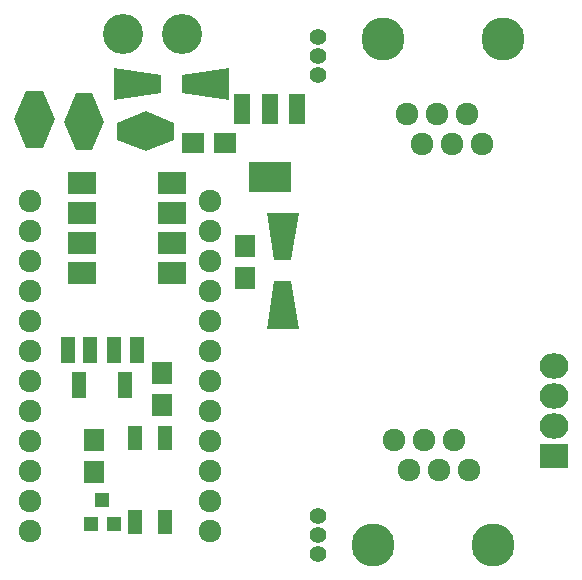
<source format=gbs>
G04 #@! TF.FileFunction,Soldermask,Bot*
%FSLAX46Y46*%
G04 Gerber Fmt 4.6, Leading zero omitted, Abs format (unit mm)*
G04 Created by KiCad (PCBNEW (2015-08-02 BZR 6038)-product) date 2015 November 19, Thursday 21:17:08*
%MOMM*%
G01*
G04 APERTURE LIST*
%ADD10C,0.100000*%
%ADD11C,0.150000*%
%ADD12C,1.924000*%
%ADD13C,3.650000*%
%ADD14C,3.399740*%
%ADD15R,1.200100X1.200100*%
%ADD16R,1.700000X1.900000*%
%ADD17R,1.900000X1.700000*%
%ADD18R,2.432000X1.924000*%
%ADD19R,1.200100X2.200860*%
%ADD20R,2.432000X2.127200*%
%ADD21O,2.432000X2.127200*%
%ADD22R,1.200000X2.000000*%
%ADD23R,3.650000X2.550000*%
%ADD24R,1.400000X2.550000*%
%ADD25C,1.400000*%
G04 APERTURE END LIST*
D10*
D11*
X182000000Y-86400000D02*
X182000000Y-85650000D01*
X186200000Y-86600000D02*
X186200000Y-85850000D01*
X191000000Y-87000000D02*
X191750000Y-87000000D01*
D12*
X214988000Y-113110000D03*
X212448000Y-113110000D03*
X217528000Y-113110000D03*
X213718000Y-115650000D03*
X216258000Y-115650000D03*
X218798000Y-115650000D03*
D13*
X220830000Y-122000000D03*
X210670000Y-122000000D03*
D12*
X217310000Y-88040000D03*
X219850000Y-88040000D03*
X214770000Y-88040000D03*
X218580000Y-85500000D03*
X216040000Y-85500000D03*
X213500000Y-85500000D03*
D13*
X211468000Y-79150000D03*
X221628000Y-79150000D03*
D14*
X194500000Y-78750000D03*
X189501280Y-78750000D03*
D15*
X188700000Y-120250760D03*
X186800000Y-120250760D03*
X187750000Y-118251780D03*
D16*
X187000000Y-115850000D03*
X187000000Y-113150000D03*
X199850000Y-96750000D03*
X199850000Y-99450000D03*
X192750000Y-107500000D03*
X192750000Y-110200000D03*
D17*
X195450000Y-88000000D03*
X198150000Y-88000000D03*
D18*
X193610000Y-91390000D03*
X193610000Y-93930000D03*
X193610000Y-96470000D03*
X193610000Y-99010000D03*
X185990000Y-99010000D03*
X185990000Y-96470000D03*
X185990000Y-93930000D03*
X185990000Y-91390000D03*
D12*
X196870000Y-120820000D03*
X196870000Y-118280000D03*
X196870000Y-115740000D03*
X196870000Y-113200000D03*
X196870000Y-110660000D03*
X196870000Y-108120000D03*
X196870000Y-105580000D03*
X196870000Y-103040000D03*
X196870000Y-100500000D03*
X196870000Y-97960000D03*
X196870000Y-95420000D03*
X196870000Y-92880000D03*
X181630000Y-92880000D03*
X181630000Y-95420000D03*
X181630000Y-97960000D03*
X181630000Y-100500000D03*
X181630000Y-103040000D03*
X181630000Y-105580000D03*
X181630000Y-108120000D03*
X181630000Y-110660000D03*
X181630000Y-113200000D03*
X181630000Y-115740000D03*
X181630000Y-118280000D03*
X181630000Y-120820000D03*
D19*
X184800000Y-105498860D03*
X186700000Y-105498860D03*
X185750000Y-108501140D03*
X188750000Y-105500000D03*
X190650000Y-105500000D03*
X189700000Y-108502280D03*
D10*
G36*
X198501540Y-81650650D02*
X198501540Y-84349350D01*
X194499820Y-83749910D01*
X194499820Y-82250090D01*
X198501540Y-81650650D01*
X198501540Y-81650650D01*
G37*
G36*
X188698460Y-84349350D02*
X188698460Y-81650650D01*
X192700180Y-82250090D01*
X192700180Y-83749910D01*
X188698460Y-84349350D01*
X188698460Y-84349350D01*
G37*
G36*
X201650650Y-93898460D02*
X204349350Y-93898460D01*
X203749910Y-97900180D01*
X202250090Y-97900180D01*
X201650650Y-93898460D01*
X201650650Y-93898460D01*
G37*
G36*
X204349350Y-103701540D02*
X201650650Y-103701540D01*
X202250090Y-99699820D01*
X203749910Y-99699820D01*
X204349350Y-103701540D01*
X204349350Y-103701540D01*
G37*
G36*
X180300000Y-86000000D02*
X183700000Y-86000000D01*
X182700000Y-88400000D01*
X181300000Y-88400000D01*
X180300000Y-86000000D01*
X180300000Y-86000000D01*
G37*
G36*
X183700000Y-86000000D02*
X180300000Y-86000000D01*
X181300000Y-83600000D01*
X182700000Y-83600000D01*
X183700000Y-86000000D01*
X183700000Y-86000000D01*
G37*
G36*
X184500000Y-86200000D02*
X187900000Y-86200000D01*
X186900000Y-88600000D01*
X185500000Y-88600000D01*
X184500000Y-86200000D01*
X184500000Y-86200000D01*
G37*
G36*
X187900000Y-86200000D02*
X184500000Y-86200000D01*
X185500000Y-83800000D01*
X186900000Y-83800000D01*
X187900000Y-86200000D01*
X187900000Y-86200000D01*
G37*
G36*
X191400000Y-85300000D02*
X191400000Y-88700000D01*
X189000000Y-87700000D01*
X189000000Y-86300000D01*
X191400000Y-85300000D01*
X191400000Y-85300000D01*
G37*
G36*
X191400000Y-88700000D02*
X191400000Y-85300000D01*
X193800000Y-86300000D01*
X193800000Y-87700000D01*
X191400000Y-88700000D01*
X191400000Y-88700000D01*
G37*
D20*
X226000000Y-114500000D03*
D21*
X226000000Y-111960000D03*
X226000000Y-109420000D03*
X226000000Y-106880000D03*
D22*
X190480000Y-112950000D03*
X193020000Y-112950000D03*
X193020000Y-120050000D03*
X190480000Y-120050000D03*
D23*
X201900000Y-90900000D03*
D24*
X199600000Y-85100000D03*
X201900000Y-85100000D03*
X204200000Y-85100000D03*
D25*
X206000000Y-122800000D03*
X206000000Y-121200000D03*
X206000000Y-119600000D03*
X206000000Y-82200000D03*
X206000000Y-80600000D03*
X206000000Y-79000000D03*
M02*

</source>
